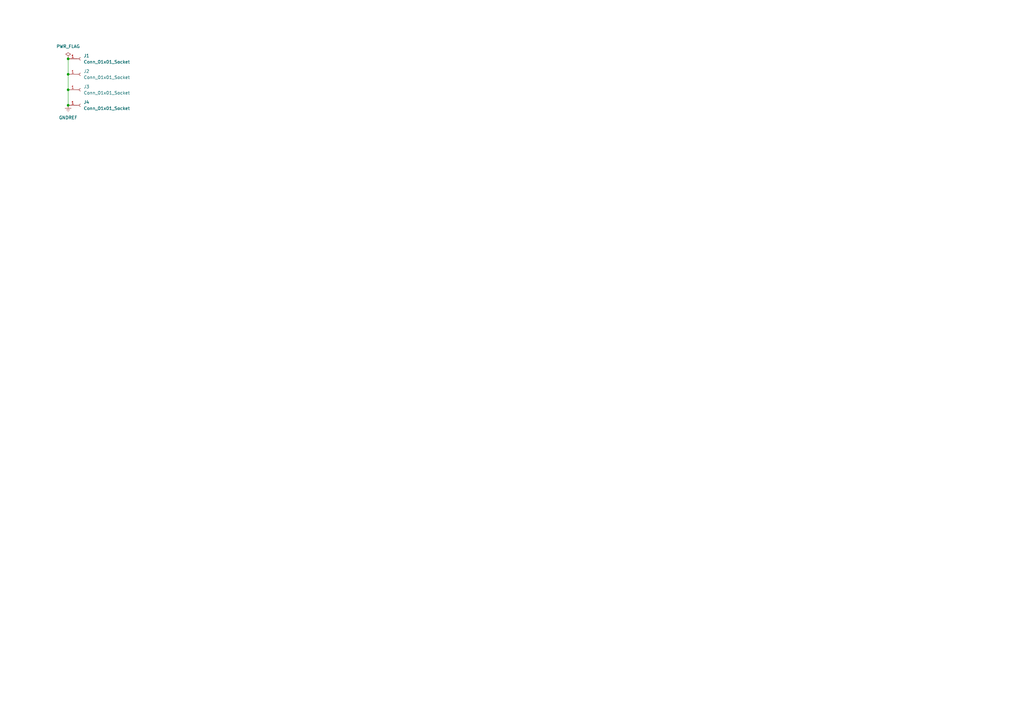
<source format=kicad_sch>
(kicad_sch (version 20250114) (generator "eeschema") (generator_version "9.0")
  (paper "A3")
  (lib_symbols
    (symbol "Connector:Conn_01x01_Socket" (pin_names (offset 1.016) (hide yes))
      (property "Reference" "J" (at 0 2.54 0))
      (property "Value" "Conn_01x01_Socket" (at 0 -2.54 0))
      (symbol "Conn_01x01_Socket_1_1"
        (polyline (pts (xy -1.27 0) (xy -0.508 0)) (stroke (width 0.1524)))
        (arc (start 0 -0.508) (mid -0.5058 0) (end 0 0.508) (stroke (width 0.1524)))
        (pin passive line (at -5.08 0 0) (length 3.81) (name "Pin_1") (number "1"))
      )
    )
    (symbol "power:GNDREF" (power) (pin_numbers (hide yes)) (pin_names (offset 0) (hide yes))
      (property "Value" "GNDREF" (at 0 -3.81 0))
      (symbol "GNDREF_0_1"
        (polyline (pts (xy -0.635 -1.905) (xy 0.635 -1.905)))
        (polyline (pts (xy -0.127 -2.54) (xy 0.127 -2.54)))
        (polyline (pts (xy 0 -1.27) (xy 0 0)))
        (polyline (pts (xy 1.27 -1.27) (xy -1.27 -1.27)))
      )
      (symbol "GNDREF_1_1"
        (pin power_in line (at 0 0 270) (length 0) (name "~") (number "1"))
      )
    )
    (symbol "power:PWR_FLAG" (power) (pin_numbers (hide yes)) (pin_names (offset 0) (hide yes))
      (property "Value" "PWR_FLAG" (at 0 3.81 0))
      (symbol "PWR_FLAG_0_0"
        (pin power_out line (at 0 0 90) (length 0) (name "~") (number "1"))
      )
      (symbol "PWR_FLAG_0_1"
        (polyline (pts (xy 0 0) (xy 0 1.27) (xy -1.016 1.905) (xy 0 2.54) (xy 1.016 1.905) (xy 0 1.27)))
      )
    )
  )
  (junction (at 27.94 30.48))
  (junction (at 27.94 36.83))
  (junction (at 27.94 43.18))
  (junction (at 27.94 24.13))
  (wire (pts (xy 27.94 24.13) (xy 27.94 30.48)))
  (wire (pts (xy 27.94 36.83) (xy 27.94 43.18)))
  (wire (pts (xy 27.94 30.48) (xy 27.94 36.83)))
  (symbol (lib_id "Connector:Conn_01x01_Socket") (at 33.02 30.48 0) (unit 1)
    (property "Reference" "J2" (at 34.29 29.2099 0) (effects (justify left)))
    (property "Value" "Conn_01x01_Socket" (at 34.29 31.7499 0) (effects (justify left)))
    (property "Footprint" "synth-gfx:jack-input" (effects (hide yes)))
    (property "Description" "Generic connector, single row, 01x01, script generated" (effects (hide yes)))
  )
  (symbol (lib_id "Connector:Conn_01x01_Socket") (at 33.02 43.18 0) (unit 1)
    (property "Reference" "J4" (at 34.29 41.9099 0) (effects (justify left)))
    (property "Value" "Conn_01x01_Socket" (at 34.29 44.4499 0) (effects (justify left)))
    (property "Footprint" "synth-gfx:jack-output" (effects (hide yes)))
    (property "Description" "Generic connector, single row, 01x01, script generated" (effects (hide yes)))
  )
  (symbol (lib_id "power:GNDREF") (at 27.94 43.18 0) (unit 1)
    (property "Reference" "#PWR01" (effects (hide yes)))
    (property "Value" "GNDREF" (at 27.94 48.26 0))
    (property "Description" "Power symbol creates a global label with name \"GNDREF\" , reference supply ground" (effects (hide yes)))
  )
  (symbol (lib_id "Connector:Conn_01x01_Socket") (at 33.02 36.83 0) (unit 1)
    (property "Reference" "J3" (at 34.29 35.5599 0) (effects (justify left)))
    (property "Value" "Conn_01x01_Socket" (at 34.29 38.0999 0) (effects (justify left)))
    (property "Footprint" "synth-gfx:jack-input" (effects (hide yes)))
    (property "Description" "Generic connector, single row, 01x01, script generated" (effects (hide yes)))
  )
  (symbol (lib_id "power:PWR_FLAG") (at 27.94 24.13 0) (unit 1)
    (property "Reference" "#FLG01" (effects (hide yes)))
    (property "Value" "PWR_FLAG" (at 27.94 19.05 0))
    (property "Description" "Special symbol for telling ERC where power comes from" (effects (hide yes)))
  )
  (symbol (lib_id "Connector:Conn_01x01_Socket") (at 33.02 24.13 0) (unit 1)
    (property "Reference" "J1" (at 34.29 22.8599 0) (effects (justify left)))
    (property "Value" "Conn_01x01_Socket" (at 34.29 25.3999 0) (effects (justify left)))
    (property "Footprint" "synth-gfx:jack-input" (effects (hide yes)))
    (property "Description" "Generic connector, single row, 01x01, script generated" (effects (hide yes)))
  )
)
</source>
